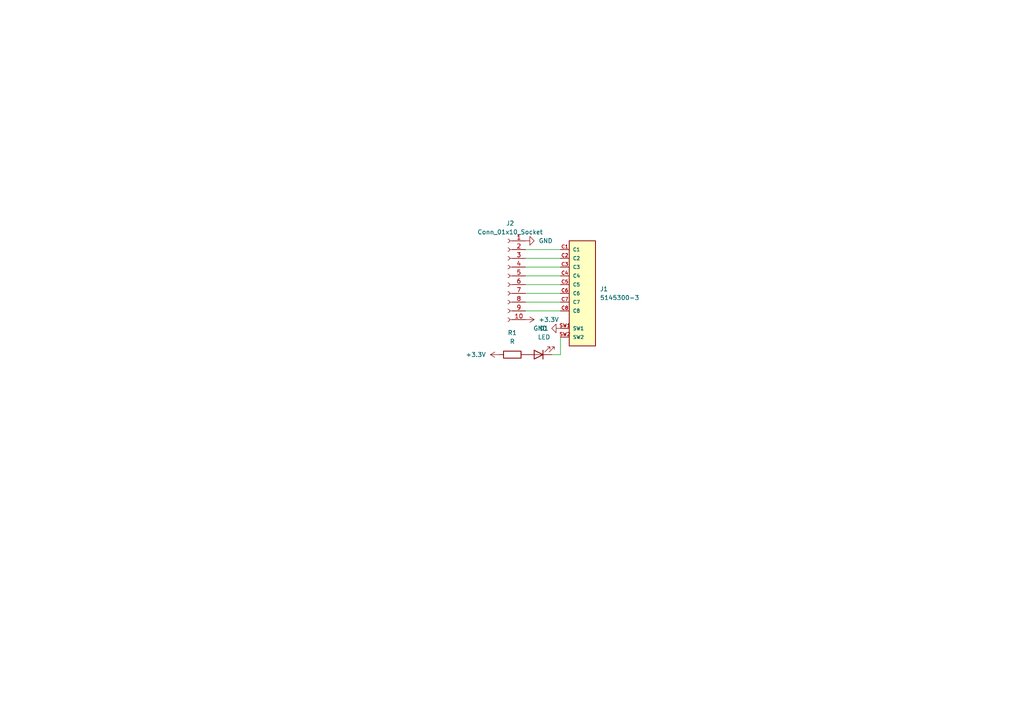
<source format=kicad_sch>
(kicad_sch (version 20230121) (generator eeschema)

  (uuid 0e90689e-63e1-4386-8e72-ce616efbd88b)

  (paper "A4")

  (lib_symbols
    (symbol "5145300-3:5145300-3" (pin_names (offset 1.016)) (in_bom yes) (on_board yes)
      (property "Reference" "J" (at -5.0883 15.9011 0)
        (effects (font (size 1.27 1.27)) (justify left bottom))
      )
      (property "Value" "5145300-3" (at -5.0832 -17.7912 0)
        (effects (font (size 1.27 1.27)) (justify left bottom))
      )
      (property "Footprint" "5145300-3:TE_5145300-3" (at 0 0 0)
        (effects (font (size 1.27 1.27)) (justify bottom) hide)
      )
      (property "Datasheet" "" (at 0 0 0)
        (effects (font (size 1.27 1.27)) hide)
      )
      (property "Comment" "5145300-3" (at 0 0 0)
        (effects (font (size 1.27 1.27)) (justify bottom) hide)
      )
      (property "MF" "TE Connectivity" (at 0 0 0)
        (effects (font (size 1.27 1.27)) (justify bottom) hide)
      )
      (property "Description" "\nConn Smart Card RCP 8 POS 2.54mm Solder ST SMD Tray\n" (at 0 0 0)
        (effects (font (size 1.27 1.27)) (justify bottom) hide)
      )
      (property "Package" "None" (at 0 0 0)
        (effects (font (size 1.27 1.27)) (justify bottom) hide)
      )
      (property "Price" "None" (at 0 0 0)
        (effects (font (size 1.27 1.27)) (justify bottom) hide)
      )
      (property "Check_prices" "https://www.snapeda.com/parts/5145300-3/TE+Connectivity+AMP+Connectors/view-part/?ref=eda" (at 0 0 0)
        (effects (font (size 1.27 1.27)) (justify bottom) hide)
      )
      (property "STANDARD" "Manufacturer recommendations" (at 0 0 0)
        (effects (font (size 1.27 1.27)) (justify bottom) hide)
      )
      (property "PARTREV" "C3" (at 0 0 0)
        (effects (font (size 1.27 1.27)) (justify bottom) hide)
      )
      (property "SnapEDA_Link" "https://www.snapeda.com/parts/5145300-3/TE+Connectivity+AMP+Connectors/view-part/?ref=snap" (at 0 0 0)
        (effects (font (size 1.27 1.27)) (justify bottom) hide)
      )
      (property "MP" "5145300-3" (at 0 0 0)
        (effects (font (size 1.27 1.27)) (justify bottom) hide)
      )
      (property "Purchase-URL" "https://www.snapeda.com/api/url_track_click_mouser/?unipart_id=543619&manufacturer=TE Connectivity&part_name=5145300-3&search_term=smart card connector" (at 0 0 0)
        (effects (font (size 1.27 1.27)) (justify bottom) hide)
      )
      (property "EU_RoHS_Compliance" "Compliant" (at 0 0 0)
        (effects (font (size 1.27 1.27)) (justify bottom) hide)
      )
      (property "Availability" "In Stock" (at 0 0 0)
        (effects (font (size 1.27 1.27)) (justify bottom) hide)
      )
      (property "MANUFACTURER" "TE Connectivity" (at 0 0 0)
        (effects (font (size 1.27 1.27)) (justify bottom) hide)
      )
      (symbol "5145300-3_0_0"
        (rectangle (start -5.08 -15.24) (end 2.54 15.24)
          (stroke (width 0.254) (type default))
          (fill (type background))
        )
        (pin passive line (at -7.62 12.7 0) (length 2.54)
          (name "C1" (effects (font (size 1.016 1.016))))
          (number "C1" (effects (font (size 1.016 1.016))))
        )
        (pin passive line (at -7.62 10.16 0) (length 2.54)
          (name "C2" (effects (font (size 1.016 1.016))))
          (number "C2" (effects (font (size 1.016 1.016))))
        )
        (pin passive line (at -7.62 7.62 0) (length 2.54)
          (name "C3" (effects (font (size 1.016 1.016))))
          (number "C3" (effects (font (size 1.016 1.016))))
        )
        (pin passive line (at -7.62 5.08 0) (length 2.54)
          (name "C4" (effects (font (size 1.016 1.016))))
          (number "C4" (effects (font (size 1.016 1.016))))
        )
        (pin passive line (at -7.62 2.54 0) (length 2.54)
          (name "C5" (effects (font (size 1.016 1.016))))
          (number "C5" (effects (font (size 1.016 1.016))))
        )
        (pin passive line (at -7.62 0 0) (length 2.54)
          (name "C6" (effects (font (size 1.016 1.016))))
          (number "C6" (effects (font (size 1.016 1.016))))
        )
        (pin passive line (at -7.62 -2.54 0) (length 2.54)
          (name "C7" (effects (font (size 1.016 1.016))))
          (number "C7" (effects (font (size 1.016 1.016))))
        )
        (pin passive line (at -7.62 -5.08 0) (length 2.54)
          (name "C8" (effects (font (size 1.016 1.016))))
          (number "C8" (effects (font (size 1.016 1.016))))
        )
        (pin passive line (at -7.62 -10.16 0) (length 2.54)
          (name "SW1" (effects (font (size 1.016 1.016))))
          (number "SW1" (effects (font (size 1.016 1.016))))
        )
        (pin passive line (at -7.62 -12.7 0) (length 2.54)
          (name "SW2" (effects (font (size 1.016 1.016))))
          (number "SW2" (effects (font (size 1.016 1.016))))
        )
      )
    )
    (symbol "Connector:Conn_01x10_Socket" (pin_names (offset 1.016) hide) (in_bom yes) (on_board yes)
      (property "Reference" "J" (at 0 12.7 0)
        (effects (font (size 1.27 1.27)))
      )
      (property "Value" "Conn_01x10_Socket" (at 0 -15.24 0)
        (effects (font (size 1.27 1.27)))
      )
      (property "Footprint" "" (at 0 0 0)
        (effects (font (size 1.27 1.27)) hide)
      )
      (property "Datasheet" "~" (at 0 0 0)
        (effects (font (size 1.27 1.27)) hide)
      )
      (property "ki_locked" "" (at 0 0 0)
        (effects (font (size 1.27 1.27)))
      )
      (property "ki_keywords" "connector" (at 0 0 0)
        (effects (font (size 1.27 1.27)) hide)
      )
      (property "ki_description" "Generic connector, single row, 01x10, script generated" (at 0 0 0)
        (effects (font (size 1.27 1.27)) hide)
      )
      (property "ki_fp_filters" "Connector*:*_1x??_*" (at 0 0 0)
        (effects (font (size 1.27 1.27)) hide)
      )
      (symbol "Conn_01x10_Socket_1_1"
        (arc (start 0 -12.192) (mid -0.5058 -12.7) (end 0 -13.208)
          (stroke (width 0.1524) (type default))
          (fill (type none))
        )
        (arc (start 0 -9.652) (mid -0.5058 -10.16) (end 0 -10.668)
          (stroke (width 0.1524) (type default))
          (fill (type none))
        )
        (arc (start 0 -7.112) (mid -0.5058 -7.62) (end 0 -8.128)
          (stroke (width 0.1524) (type default))
          (fill (type none))
        )
        (arc (start 0 -4.572) (mid -0.5058 -5.08) (end 0 -5.588)
          (stroke (width 0.1524) (type default))
          (fill (type none))
        )
        (arc (start 0 -2.032) (mid -0.5058 -2.54) (end 0 -3.048)
          (stroke (width 0.1524) (type default))
          (fill (type none))
        )
        (polyline
          (pts
            (xy -1.27 -12.7)
            (xy -0.508 -12.7)
          )
          (stroke (width 0.1524) (type default))
          (fill (type none))
        )
        (polyline
          (pts
            (xy -1.27 -10.16)
            (xy -0.508 -10.16)
          )
          (stroke (width 0.1524) (type default))
          (fill (type none))
        )
        (polyline
          (pts
            (xy -1.27 -7.62)
            (xy -0.508 -7.62)
          )
          (stroke (width 0.1524) (type default))
          (fill (type none))
        )
        (polyline
          (pts
            (xy -1.27 -5.08)
            (xy -0.508 -5.08)
          )
          (stroke (width 0.1524) (type default))
          (fill (type none))
        )
        (polyline
          (pts
            (xy -1.27 -2.54)
            (xy -0.508 -2.54)
          )
          (stroke (width 0.1524) (type default))
          (fill (type none))
        )
        (polyline
          (pts
            (xy -1.27 0)
            (xy -0.508 0)
          )
          (stroke (width 0.1524) (type default))
          (fill (type none))
        )
        (polyline
          (pts
            (xy -1.27 2.54)
            (xy -0.508 2.54)
          )
          (stroke (width 0.1524) (type default))
          (fill (type none))
        )
        (polyline
          (pts
            (xy -1.27 5.08)
            (xy -0.508 5.08)
          )
          (stroke (width 0.1524) (type default))
          (fill (type none))
        )
        (polyline
          (pts
            (xy -1.27 7.62)
            (xy -0.508 7.62)
          )
          (stroke (width 0.1524) (type default))
          (fill (type none))
        )
        (polyline
          (pts
            (xy -1.27 10.16)
            (xy -0.508 10.16)
          )
          (stroke (width 0.1524) (type default))
          (fill (type none))
        )
        (arc (start 0 0.508) (mid -0.5058 0) (end 0 -0.508)
          (stroke (width 0.1524) (type default))
          (fill (type none))
        )
        (arc (start 0 3.048) (mid -0.5058 2.54) (end 0 2.032)
          (stroke (width 0.1524) (type default))
          (fill (type none))
        )
        (arc (start 0 5.588) (mid -0.5058 5.08) (end 0 4.572)
          (stroke (width 0.1524) (type default))
          (fill (type none))
        )
        (arc (start 0 8.128) (mid -0.5058 7.62) (end 0 7.112)
          (stroke (width 0.1524) (type default))
          (fill (type none))
        )
        (arc (start 0 10.668) (mid -0.5058 10.16) (end 0 9.652)
          (stroke (width 0.1524) (type default))
          (fill (type none))
        )
        (pin passive line (at -5.08 10.16 0) (length 3.81)
          (name "Pin_1" (effects (font (size 1.27 1.27))))
          (number "1" (effects (font (size 1.27 1.27))))
        )
        (pin passive line (at -5.08 -12.7 0) (length 3.81)
          (name "Pin_10" (effects (font (size 1.27 1.27))))
          (number "10" (effects (font (size 1.27 1.27))))
        )
        (pin passive line (at -5.08 7.62 0) (length 3.81)
          (name "Pin_2" (effects (font (size 1.27 1.27))))
          (number "2" (effects (font (size 1.27 1.27))))
        )
        (pin passive line (at -5.08 5.08 0) (length 3.81)
          (name "Pin_3" (effects (font (size 1.27 1.27))))
          (number "3" (effects (font (size 1.27 1.27))))
        )
        (pin passive line (at -5.08 2.54 0) (length 3.81)
          (name "Pin_4" (effects (font (size 1.27 1.27))))
          (number "4" (effects (font (size 1.27 1.27))))
        )
        (pin passive line (at -5.08 0 0) (length 3.81)
          (name "Pin_5" (effects (font (size 1.27 1.27))))
          (number "5" (effects (font (size 1.27 1.27))))
        )
        (pin passive line (at -5.08 -2.54 0) (length 3.81)
          (name "Pin_6" (effects (font (size 1.27 1.27))))
          (number "6" (effects (font (size 1.27 1.27))))
        )
        (pin passive line (at -5.08 -5.08 0) (length 3.81)
          (name "Pin_7" (effects (font (size 1.27 1.27))))
          (number "7" (effects (font (size 1.27 1.27))))
        )
        (pin passive line (at -5.08 -7.62 0) (length 3.81)
          (name "Pin_8" (effects (font (size 1.27 1.27))))
          (number "8" (effects (font (size 1.27 1.27))))
        )
        (pin passive line (at -5.08 -10.16 0) (length 3.81)
          (name "Pin_9" (effects (font (size 1.27 1.27))))
          (number "9" (effects (font (size 1.27 1.27))))
        )
      )
    )
    (symbol "Device:LED" (pin_numbers hide) (pin_names (offset 1.016) hide) (in_bom yes) (on_board yes)
      (property "Reference" "D" (at 0 2.54 0)
        (effects (font (size 1.27 1.27)))
      )
      (property "Value" "LED" (at 0 -2.54 0)
        (effects (font (size 1.27 1.27)))
      )
      (property "Footprint" "" (at 0 0 0)
        (effects (font (size 1.27 1.27)) hide)
      )
      (property "Datasheet" "~" (at 0 0 0)
        (effects (font (size 1.27 1.27)) hide)
      )
      (property "ki_keywords" "LED diode" (at 0 0 0)
        (effects (font (size 1.27 1.27)) hide)
      )
      (property "ki_description" "Light emitting diode" (at 0 0 0)
        (effects (font (size 1.27 1.27)) hide)
      )
      (property "ki_fp_filters" "LED* LED_SMD:* LED_THT:*" (at 0 0 0)
        (effects (font (size 1.27 1.27)) hide)
      )
      (symbol "LED_0_1"
        (polyline
          (pts
            (xy -1.27 -1.27)
            (xy -1.27 1.27)
          )
          (stroke (width 0.254) (type default))
          (fill (type none))
        )
        (polyline
          (pts
            (xy -1.27 0)
            (xy 1.27 0)
          )
          (stroke (width 0) (type default))
          (fill (type none))
        )
        (polyline
          (pts
            (xy 1.27 -1.27)
            (xy 1.27 1.27)
            (xy -1.27 0)
            (xy 1.27 -1.27)
          )
          (stroke (width 0.254) (type default))
          (fill (type none))
        )
        (polyline
          (pts
            (xy -3.048 -0.762)
            (xy -4.572 -2.286)
            (xy -3.81 -2.286)
            (xy -4.572 -2.286)
            (xy -4.572 -1.524)
          )
          (stroke (width 0) (type default))
          (fill (type none))
        )
        (polyline
          (pts
            (xy -1.778 -0.762)
            (xy -3.302 -2.286)
            (xy -2.54 -2.286)
            (xy -3.302 -2.286)
            (xy -3.302 -1.524)
          )
          (stroke (width 0) (type default))
          (fill (type none))
        )
      )
      (symbol "LED_1_1"
        (pin passive line (at -3.81 0 0) (length 2.54)
          (name "K" (effects (font (size 1.27 1.27))))
          (number "1" (effects (font (size 1.27 1.27))))
        )
        (pin passive line (at 3.81 0 180) (length 2.54)
          (name "A" (effects (font (size 1.27 1.27))))
          (number "2" (effects (font (size 1.27 1.27))))
        )
      )
    )
    (symbol "Device:R" (pin_numbers hide) (pin_names (offset 0)) (in_bom yes) (on_board yes)
      (property "Reference" "R" (at 2.032 0 90)
        (effects (font (size 1.27 1.27)))
      )
      (property "Value" "R" (at 0 0 90)
        (effects (font (size 1.27 1.27)))
      )
      (property "Footprint" "" (at -1.778 0 90)
        (effects (font (size 1.27 1.27)) hide)
      )
      (property "Datasheet" "~" (at 0 0 0)
        (effects (font (size 1.27 1.27)) hide)
      )
      (property "ki_keywords" "R res resistor" (at 0 0 0)
        (effects (font (size 1.27 1.27)) hide)
      )
      (property "ki_description" "Resistor" (at 0 0 0)
        (effects (font (size 1.27 1.27)) hide)
      )
      (property "ki_fp_filters" "R_*" (at 0 0 0)
        (effects (font (size 1.27 1.27)) hide)
      )
      (symbol "R_0_1"
        (rectangle (start -1.016 -2.54) (end 1.016 2.54)
          (stroke (width 0.254) (type default))
          (fill (type none))
        )
      )
      (symbol "R_1_1"
        (pin passive line (at 0 3.81 270) (length 1.27)
          (name "~" (effects (font (size 1.27 1.27))))
          (number "1" (effects (font (size 1.27 1.27))))
        )
        (pin passive line (at 0 -3.81 90) (length 1.27)
          (name "~" (effects (font (size 1.27 1.27))))
          (number "2" (effects (font (size 1.27 1.27))))
        )
      )
    )
    (symbol "power:+3.3V" (power) (pin_names (offset 0)) (in_bom yes) (on_board yes)
      (property "Reference" "#PWR" (at 0 -3.81 0)
        (effects (font (size 1.27 1.27)) hide)
      )
      (property "Value" "+3.3V" (at 0 3.556 0)
        (effects (font (size 1.27 1.27)))
      )
      (property "Footprint" "" (at 0 0 0)
        (effects (font (size 1.27 1.27)) hide)
      )
      (property "Datasheet" "" (at 0 0 0)
        (effects (font (size 1.27 1.27)) hide)
      )
      (property "ki_keywords" "global power" (at 0 0 0)
        (effects (font (size 1.27 1.27)) hide)
      )
      (property "ki_description" "Power symbol creates a global label with name \"+3.3V\"" (at 0 0 0)
        (effects (font (size 1.27 1.27)) hide)
      )
      (symbol "+3.3V_0_1"
        (polyline
          (pts
            (xy -0.762 1.27)
            (xy 0 2.54)
          )
          (stroke (width 0) (type default))
          (fill (type none))
        )
        (polyline
          (pts
            (xy 0 0)
            (xy 0 2.54)
          )
          (stroke (width 0) (type default))
          (fill (type none))
        )
        (polyline
          (pts
            (xy 0 2.54)
            (xy 0.762 1.27)
          )
          (stroke (width 0) (type default))
          (fill (type none))
        )
      )
      (symbol "+3.3V_1_1"
        (pin power_in line (at 0 0 90) (length 0) hide
          (name "+3.3V" (effects (font (size 1.27 1.27))))
          (number "1" (effects (font (size 1.27 1.27))))
        )
      )
    )
    (symbol "power:GND" (power) (pin_names (offset 0)) (in_bom yes) (on_board yes)
      (property "Reference" "#PWR" (at 0 -6.35 0)
        (effects (font (size 1.27 1.27)) hide)
      )
      (property "Value" "GND" (at 0 -3.81 0)
        (effects (font (size 1.27 1.27)))
      )
      (property "Footprint" "" (at 0 0 0)
        (effects (font (size 1.27 1.27)) hide)
      )
      (property "Datasheet" "" (at 0 0 0)
        (effects (font (size 1.27 1.27)) hide)
      )
      (property "ki_keywords" "global power" (at 0 0 0)
        (effects (font (size 1.27 1.27)) hide)
      )
      (property "ki_description" "Power symbol creates a global label with name \"GND\" , ground" (at 0 0 0)
        (effects (font (size 1.27 1.27)) hide)
      )
      (symbol "GND_0_1"
        (polyline
          (pts
            (xy 0 0)
            (xy 0 -1.27)
            (xy 1.27 -1.27)
            (xy 0 -2.54)
            (xy -1.27 -1.27)
            (xy 0 -1.27)
          )
          (stroke (width 0) (type default))
          (fill (type none))
        )
      )
      (symbol "GND_1_1"
        (pin power_in line (at 0 0 270) (length 0) hide
          (name "GND" (effects (font (size 1.27 1.27))))
          (number "1" (effects (font (size 1.27 1.27))))
        )
      )
    )
  )


  (wire (pts (xy 152.4 82.55) (xy 162.56 82.55))
    (stroke (width 0) (type default))
    (uuid 03561529-9243-4c53-9542-1e5be1fd4ed6)
  )
  (wire (pts (xy 160.02 102.87) (xy 162.56 102.87))
    (stroke (width 0) (type default))
    (uuid 077d881f-6e0e-4b87-85f4-e7907aa41421)
  )
  (wire (pts (xy 152.4 87.63) (xy 162.56 87.63))
    (stroke (width 0) (type default))
    (uuid 17074cef-95c9-4342-8d3f-2418f43eff8e)
  )
  (wire (pts (xy 162.56 102.87) (xy 162.56 97.79))
    (stroke (width 0) (type default))
    (uuid 4ce34708-283f-40ac-ac7b-f13346ac342c)
  )
  (wire (pts (xy 152.4 85.09) (xy 162.56 85.09))
    (stroke (width 0) (type default))
    (uuid 5cf07e1b-3e81-49f5-bb8c-b79184492676)
  )
  (wire (pts (xy 152.4 72.39) (xy 162.56 72.39))
    (stroke (width 0) (type default))
    (uuid 7e61e8ba-8c70-4166-a80d-b79644bdf797)
  )
  (wire (pts (xy 152.4 90.17) (xy 162.56 90.17))
    (stroke (width 0) (type default))
    (uuid 868f5943-65ef-4863-9fba-6ddf021c1c7f)
  )
  (wire (pts (xy 152.4 74.93) (xy 162.56 74.93))
    (stroke (width 0) (type default))
    (uuid 909d7335-388e-42d9-92ef-36ff3a45c627)
  )
  (wire (pts (xy 152.4 77.47) (xy 162.56 77.47))
    (stroke (width 0) (type default))
    (uuid f1e40146-c177-4f51-9035-e67d88ef7c55)
  )
  (wire (pts (xy 152.4 80.01) (xy 162.56 80.01))
    (stroke (width 0) (type default))
    (uuid f4d8f7ae-f8a2-4eb6-9642-842e818c63ad)
  )

  (symbol (lib_id "Device:LED") (at 156.21 102.87 180) (unit 1)
    (in_bom yes) (on_board yes) (dnp no) (fields_autoplaced)
    (uuid 55232c59-454b-4839-a853-f6991c6d253c)
    (property "Reference" "D1" (at 157.7975 95.25 0)
      (effects (font (size 1.27 1.27)))
    )
    (property "Value" "LED" (at 157.7975 97.79 0)
      (effects (font (size 1.27 1.27)))
    )
    (property "Footprint" "LED_SMD:LED_0805_2012Metric" (at 156.21 102.87 0)
      (effects (font (size 1.27 1.27)) hide)
    )
    (property "Datasheet" "~" (at 156.21 102.87 0)
      (effects (font (size 1.27 1.27)) hide)
    )
    (pin "1" (uuid 162ecfe9-cf2d-4aea-90ba-8759b149c0b7))
    (pin "2" (uuid 4d6ca439-0fe0-463e-b313-6bac859f50ad))
    (instances
      (project "kf011c"
        (path "/0e90689e-63e1-4386-8e72-ce616efbd88b"
          (reference "D1") (unit 1)
        )
      )
    )
  )

  (symbol (lib_id "power:GND") (at 162.56 95.25 270) (unit 1)
    (in_bom yes) (on_board yes) (dnp no) (fields_autoplaced)
    (uuid 559f9ed9-0c78-4b44-a615-e0afd57c6db1)
    (property "Reference" "#PWR04" (at 156.21 95.25 0)
      (effects (font (size 1.27 1.27)) hide)
    )
    (property "Value" "GND" (at 158.75 95.25 90)
      (effects (font (size 1.27 1.27)) (justify right))
    )
    (property "Footprint" "" (at 162.56 95.25 0)
      (effects (font (size 1.27 1.27)) hide)
    )
    (property "Datasheet" "" (at 162.56 95.25 0)
      (effects (font (size 1.27 1.27)) hide)
    )
    (pin "1" (uuid 39a1eb9f-c7c9-47bf-a942-80431717fee3))
    (instances
      (project "kf011c"
        (path "/0e90689e-63e1-4386-8e72-ce616efbd88b"
          (reference "#PWR04") (unit 1)
        )
      )
    )
  )

  (symbol (lib_id "5145300-3:5145300-3") (at 170.18 85.09 0) (unit 1)
    (in_bom yes) (on_board yes) (dnp no) (fields_autoplaced)
    (uuid 6f70818f-64f2-434a-a33f-4233124a749b)
    (property "Reference" "J1" (at 173.99 83.82 0)
      (effects (font (size 1.27 1.27)) (justify left))
    )
    (property "Value" "5145300-3" (at 173.99 86.36 0)
      (effects (font (size 1.27 1.27)) (justify left))
    )
    (property "Footprint" "footprints:TE_5145300-3" (at 170.18 85.09 0)
      (effects (font (size 1.27 1.27)) (justify bottom) hide)
    )
    (property "Datasheet" "" (at 170.18 85.09 0)
      (effects (font (size 1.27 1.27)) hide)
    )
    (property "Comment" "5145300-3" (at 170.18 85.09 0)
      (effects (font (size 1.27 1.27)) (justify bottom) hide)
    )
    (property "MF" "TE Connectivity" (at 170.18 85.09 0)
      (effects (font (size 1.27 1.27)) (justify bottom) hide)
    )
    (property "Description" "\nConn Smart Card RCP 8 POS 2.54mm Solder ST SMD Tray\n" (at 170.18 85.09 0)
      (effects (font (size 1.27 1.27)) (justify bottom) hide)
    )
    (property "Package" "None" (at 170.18 85.09 0)
      (effects (font (size 1.27 1.27)) (justify bottom) hide)
    )
    (property "Price" "None" (at 170.18 85.09 0)
      (effects (font (size 1.27 1.27)) (justify bottom) hide)
    )
    (property "Check_prices" "https://www.snapeda.com/parts/5145300-3/TE+Connectivity+AMP+Connectors/view-part/?ref=eda" (at 170.18 85.09 0)
      (effects (font (size 1.27 1.27)) (justify bottom) hide)
    )
    (property "STANDARD" "Manufacturer recommendations" (at 170.18 85.09 0)
      (effects (font (size 1.27 1.27)) (justify bottom) hide)
    )
    (property "PARTREV" "C3" (at 170.18 85.09 0)
      (effects (font (size 1.27 1.27)) (justify bottom) hide)
    )
    (property "SnapEDA_Link" "https://www.snapeda.com/parts/5145300-3/TE+Connectivity+AMP+Connectors/view-part/?ref=snap" (at 170.18 85.09 0)
      (effects (font (size 1.27 1.27)) (justify bottom) hide)
    )
    (property "MP" "5145300-3" (at 170.18 85.09 0)
      (effects (font (size 1.27 1.27)) (justify bottom) hide)
    )
    (property "Purchase-URL" "https://www.snapeda.com/api/url_track_click_mouser/?unipart_id=543619&manufacturer=TE Connectivity&part_name=5145300-3&search_term=smart card connector" (at 170.18 85.09 0)
      (effects (font (size 1.27 1.27)) (justify bottom) hide)
    )
    (property "EU_RoHS_Compliance" "Compliant" (at 170.18 85.09 0)
      (effects (font (size 1.27 1.27)) (justify bottom) hide)
    )
    (property "Availability" "In Stock" (at 170.18 85.09 0)
      (effects (font (size 1.27 1.27)) (justify bottom) hide)
    )
    (property "MANUFACTURER" "TE Connectivity" (at 170.18 85.09 0)
      (effects (font (size 1.27 1.27)) (justify bottom) hide)
    )
    (pin "C1" (uuid 471d7c4d-1f05-4a33-bd64-81d1ee268ed3))
    (pin "C2" (uuid cf57b40f-9d62-43e5-89d3-1b241469fcc3))
    (pin "C3" (uuid 1e8aedaf-304a-4ee0-8646-b16ca6dada44))
    (pin "C4" (uuid 7d07ecd3-b1ae-4441-b222-6352baa1b076))
    (pin "C5" (uuid ff1e0886-0f4b-4435-a842-c21130d83793))
    (pin "C6" (uuid 9492f48c-84b0-48e1-b8d7-a4af0511a138))
    (pin "C7" (uuid 63aeb1df-aab4-48fb-8dd6-3bdfe15c3862))
    (pin "C8" (uuid cdf12913-39da-4eb6-8a31-514c095a347d))
    (pin "SW1" (uuid bb28770d-cfe3-4e8b-ab97-73577badd265))
    (pin "SW2" (uuid a546aed9-94a3-4f60-8a9b-983c8a0f19cb))
    (instances
      (project "kf011c"
        (path "/0e90689e-63e1-4386-8e72-ce616efbd88b"
          (reference "J1") (unit 1)
        )
      )
    )
  )

  (symbol (lib_id "power:+3.3V") (at 144.78 102.87 90) (unit 1)
    (in_bom yes) (on_board yes) (dnp no) (fields_autoplaced)
    (uuid 8bc5f5f7-fccc-4522-a7c7-aec7eaf424ee)
    (property "Reference" "#PWR02" (at 148.59 102.87 0)
      (effects (font (size 1.27 1.27)) hide)
    )
    (property "Value" "+3.3V" (at 140.97 102.87 90)
      (effects (font (size 1.27 1.27)) (justify left))
    )
    (property "Footprint" "" (at 144.78 102.87 0)
      (effects (font (size 1.27 1.27)) hide)
    )
    (property "Datasheet" "" (at 144.78 102.87 0)
      (effects (font (size 1.27 1.27)) hide)
    )
    (pin "1" (uuid c3fa3d3f-04f8-4139-a435-48663e89d08b))
    (instances
      (project "kf011c"
        (path "/0e90689e-63e1-4386-8e72-ce616efbd88b"
          (reference "#PWR02") (unit 1)
        )
      )
    )
  )

  (symbol (lib_id "Device:R") (at 148.59 102.87 90) (unit 1)
    (in_bom yes) (on_board yes) (dnp no) (fields_autoplaced)
    (uuid a3474657-919f-45c8-9db3-245b610a43c5)
    (property "Reference" "R1" (at 148.59 96.52 90)
      (effects (font (size 1.27 1.27)))
    )
    (property "Value" "R" (at 148.59 99.06 90)
      (effects (font (size 1.27 1.27)))
    )
    (property "Footprint" "Resistor_SMD:R_0805_2012Metric" (at 148.59 104.648 90)
      (effects (font (size 1.27 1.27)) hide)
    )
    (property "Datasheet" "~" (at 148.59 102.87 0)
      (effects (font (size 1.27 1.27)) hide)
    )
    (pin "1" (uuid 277224a1-656a-4e62-af0c-8b13d3c6454d))
    (pin "2" (uuid 5109fad6-7d5c-4ba9-baa3-26fb066b8377))
    (instances
      (project "kf011c"
        (path "/0e90689e-63e1-4386-8e72-ce616efbd88b"
          (reference "R1") (unit 1)
        )
      )
    )
  )

  (symbol (lib_id "power:GND") (at 152.4 69.85 90) (unit 1)
    (in_bom yes) (on_board yes) (dnp no) (fields_autoplaced)
    (uuid b2346c48-a526-405c-b8d5-b709ce40bb53)
    (property "Reference" "#PWR01" (at 158.75 69.85 0)
      (effects (font (size 1.27 1.27)) hide)
    )
    (property "Value" "GND" (at 156.21 69.85 90)
      (effects (font (size 1.27 1.27)) (justify right))
    )
    (property "Footprint" "" (at 152.4 69.85 0)
      (effects (font (size 1.27 1.27)) hide)
    )
    (property "Datasheet" "" (at 152.4 69.85 0)
      (effects (font (size 1.27 1.27)) hide)
    )
    (pin "1" (uuid 0ed85e39-1d48-4b53-8fc1-f018d32c5063))
    (instances
      (project "kf011c"
        (path "/0e90689e-63e1-4386-8e72-ce616efbd88b"
          (reference "#PWR01") (unit 1)
        )
      )
    )
  )

  (symbol (lib_id "power:+3.3V") (at 152.4 92.71 270) (unit 1)
    (in_bom yes) (on_board yes) (dnp no) (fields_autoplaced)
    (uuid f3af0835-7113-4a8b-847a-82e8d4e400a9)
    (property "Reference" "#PWR05" (at 148.59 92.71 0)
      (effects (font (size 1.27 1.27)) hide)
    )
    (property "Value" "+3.3V" (at 156.21 92.71 90)
      (effects (font (size 1.27 1.27)) (justify left))
    )
    (property "Footprint" "" (at 152.4 92.71 0)
      (effects (font (size 1.27 1.27)) hide)
    )
    (property "Datasheet" "" (at 152.4 92.71 0)
      (effects (font (size 1.27 1.27)) hide)
    )
    (pin "1" (uuid cfc38b55-41a6-4e49-8da2-d8af96c8b746))
    (instances
      (project "kf011c"
        (path "/0e90689e-63e1-4386-8e72-ce616efbd88b"
          (reference "#PWR05") (unit 1)
        )
      )
    )
  )

  (symbol (lib_id "Connector:Conn_01x10_Socket") (at 147.32 80.01 0) (mirror y) (unit 1)
    (in_bom yes) (on_board yes) (dnp no)
    (uuid ff7fcba8-b36e-4ed2-bfc0-d10707c077e6)
    (property "Reference" "J2" (at 147.955 64.77 0)
      (effects (font (size 1.27 1.27)))
    )
    (property "Value" "Conn_01x10_Socket" (at 147.955 67.31 0)
      (effects (font (size 1.27 1.27)))
    )
    (property "Footprint" "Connector_PinHeader_2.54mm:PinHeader_1x10_P2.54mm_Horizontal" (at 147.32 80.01 0)
      (effects (font (size 1.27 1.27)) hide)
    )
    (property "Datasheet" "~" (at 147.32 80.01 0)
      (effects (font (size 1.27 1.27)) hide)
    )
    (pin "1" (uuid 44589525-b4ce-4b10-b75d-2526e9cbd7d2))
    (pin "10" (uuid 3ad4f478-cd25-4e59-8969-167f575bbcc7))
    (pin "2" (uuid 1992a85f-cb77-4446-b3c8-31076a9fc02b))
    (pin "3" (uuid 1fe505ad-471e-409c-af4b-dabe5d34f91b))
    (pin "4" (uuid 6da3e210-cd56-42f3-a3ba-df3fff6532f0))
    (pin "5" (uuid 367731a2-0c5e-4b89-a906-befa15448983))
    (pin "6" (uuid 702cb2c2-8446-4413-a343-d9abec83edf5))
    (pin "7" (uuid da33322e-777a-49ce-b9a3-64df435aebee))
    (pin "8" (uuid c14532d1-aa51-4587-8835-820b26a762dd))
    (pin "9" (uuid 8397a329-7ba6-45be-9fc6-b58dccfd1da0))
    (instances
      (project "kf011c"
        (path "/0e90689e-63e1-4386-8e72-ce616efbd88b"
          (reference "J2") (unit 1)
        )
      )
    )
  )

  (sheet_instances
    (path "/" (page "1"))
  )
)

</source>
